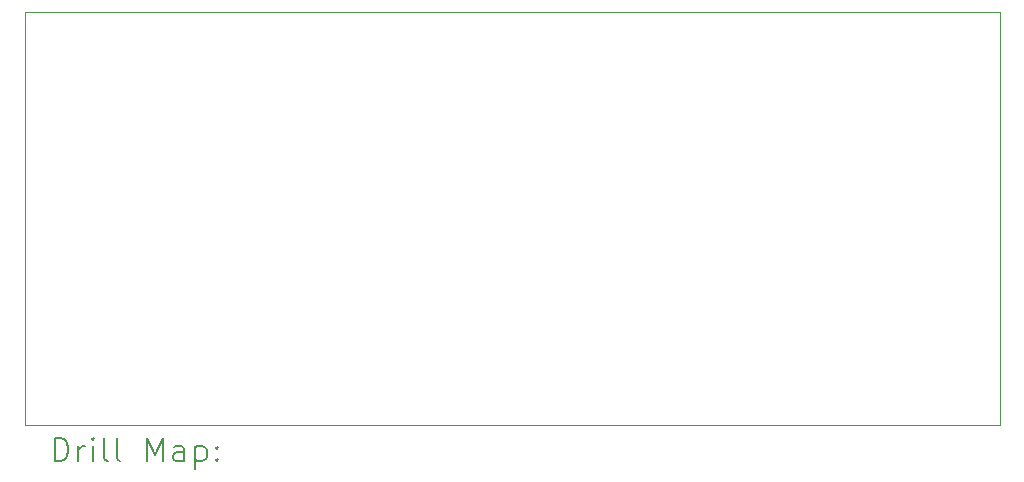
<source format=gbr>
%TF.GenerationSoftware,KiCad,Pcbnew,6.0.8-f2edbf62ab~116~ubuntu22.04.1*%
%TF.CreationDate,2022-10-12T20:14:17+02:00*%
%TF.ProjectId,a500-ide-ram,61353030-2d69-4646-952d-72616d2e6b69,0.2*%
%TF.SameCoordinates,Original*%
%TF.FileFunction,Drillmap*%
%TF.FilePolarity,Positive*%
%FSLAX45Y45*%
G04 Gerber Fmt 4.5, Leading zero omitted, Abs format (unit mm)*
G04 Created by KiCad (PCBNEW 6.0.8-f2edbf62ab~116~ubuntu22.04.1) date 2022-10-12 20:14:17*
%MOMM*%
%LPD*%
G01*
G04 APERTURE LIST*
%ADD10C,0.050000*%
%ADD11C,0.200000*%
G04 APERTURE END LIST*
D10*
X18669000Y-7558500D02*
X18669000Y-11051000D01*
X18669000Y-7558500D02*
X10414000Y-7558500D01*
X10414000Y-11051000D02*
X18669000Y-11051000D01*
X10414000Y-7558500D02*
X10414000Y-11051000D01*
D11*
X10669119Y-11363976D02*
X10669119Y-11163976D01*
X10716738Y-11163976D01*
X10745310Y-11173500D01*
X10764357Y-11192548D01*
X10773881Y-11211595D01*
X10783405Y-11249690D01*
X10783405Y-11278262D01*
X10773881Y-11316357D01*
X10764357Y-11335405D01*
X10745310Y-11354452D01*
X10716738Y-11363976D01*
X10669119Y-11363976D01*
X10869119Y-11363976D02*
X10869119Y-11230643D01*
X10869119Y-11268738D02*
X10878643Y-11249690D01*
X10888167Y-11240167D01*
X10907214Y-11230643D01*
X10926262Y-11230643D01*
X10992929Y-11363976D02*
X10992929Y-11230643D01*
X10992929Y-11163976D02*
X10983405Y-11173500D01*
X10992929Y-11183024D01*
X11002452Y-11173500D01*
X10992929Y-11163976D01*
X10992929Y-11183024D01*
X11116738Y-11363976D02*
X11097690Y-11354452D01*
X11088167Y-11335405D01*
X11088167Y-11163976D01*
X11221500Y-11363976D02*
X11202452Y-11354452D01*
X11192928Y-11335405D01*
X11192928Y-11163976D01*
X11450071Y-11363976D02*
X11450071Y-11163976D01*
X11516738Y-11306833D01*
X11583405Y-11163976D01*
X11583405Y-11363976D01*
X11764357Y-11363976D02*
X11764357Y-11259214D01*
X11754833Y-11240167D01*
X11735786Y-11230643D01*
X11697690Y-11230643D01*
X11678643Y-11240167D01*
X11764357Y-11354452D02*
X11745309Y-11363976D01*
X11697690Y-11363976D01*
X11678643Y-11354452D01*
X11669119Y-11335405D01*
X11669119Y-11316357D01*
X11678643Y-11297309D01*
X11697690Y-11287786D01*
X11745309Y-11287786D01*
X11764357Y-11278262D01*
X11859595Y-11230643D02*
X11859595Y-11430643D01*
X11859595Y-11240167D02*
X11878643Y-11230643D01*
X11916738Y-11230643D01*
X11935786Y-11240167D01*
X11945309Y-11249690D01*
X11954833Y-11268738D01*
X11954833Y-11325881D01*
X11945309Y-11344928D01*
X11935786Y-11354452D01*
X11916738Y-11363976D01*
X11878643Y-11363976D01*
X11859595Y-11354452D01*
X12040548Y-11344928D02*
X12050071Y-11354452D01*
X12040548Y-11363976D01*
X12031024Y-11354452D01*
X12040548Y-11344928D01*
X12040548Y-11363976D01*
X12040548Y-11240167D02*
X12050071Y-11249690D01*
X12040548Y-11259214D01*
X12031024Y-11249690D01*
X12040548Y-11240167D01*
X12040548Y-11259214D01*
M02*

</source>
